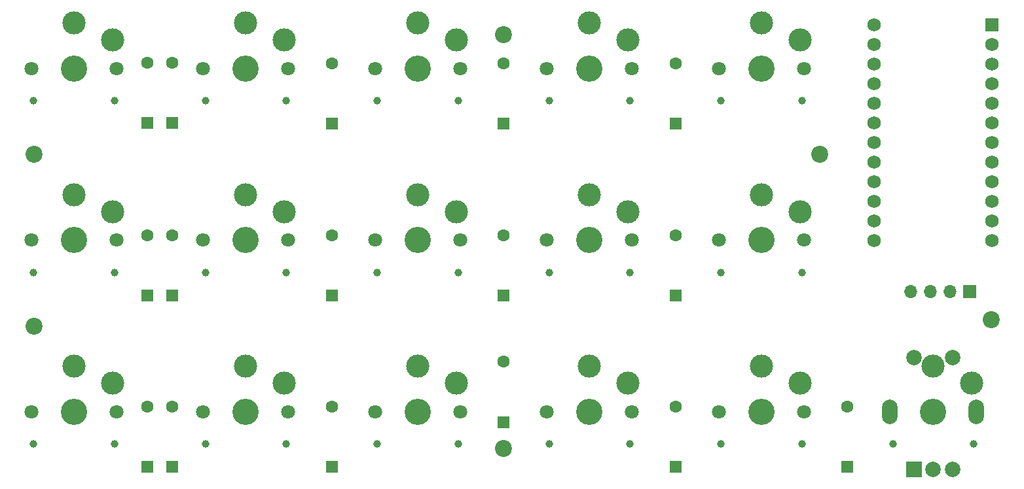
<source format=gts>
G04 #@! TF.GenerationSoftware,KiCad,Pcbnew,(6.0.1-0)*
G04 #@! TF.CreationDate,2023-03-21T08:23:48-07:00*
G04 #@! TF.ProjectId,pcb,7063622e-6b69-4636-9164-5f7063625858,rev?*
G04 #@! TF.SameCoordinates,Original*
G04 #@! TF.FileFunction,Soldermask,Top*
G04 #@! TF.FilePolarity,Negative*
%FSLAX46Y46*%
G04 Gerber Fmt 4.6, Leading zero omitted, Abs format (unit mm)*
G04 Created by KiCad (PCBNEW (6.0.1-0)) date 2023-03-21 08:23:48*
%MOMM*%
%LPD*%
G01*
G04 APERTURE LIST*
%ADD10C,1.800000*%
%ADD11C,1.000000*%
%ADD12C,3.000000*%
%ADD13C,3.400000*%
%ADD14R,1.600000X1.600000*%
%ADD15C,1.600000*%
%ADD16C,2.200000*%
%ADD17O,2.000000X3.200000*%
%ADD18R,2.000000X2.000000*%
%ADD19C,2.000000*%
%ADD20R,1.700000X1.700000*%
%ADD21O,1.700000X1.700000*%
%ADD22R,1.752600X1.752600*%
%ADD23C,1.752600*%
G04 APERTURE END LIST*
D10*
X142137500Y-86518750D03*
X153137500Y-86518750D03*
D11*
X142417500Y-90718750D03*
D12*
X152637500Y-82818750D03*
X147637500Y-80618750D03*
D11*
X152857500Y-90718750D03*
D13*
X147637500Y-86518750D03*
D10*
X142137500Y-108743750D03*
X153137500Y-108743750D03*
D11*
X142417500Y-112943750D03*
D12*
X152637500Y-105043750D03*
X147637500Y-102843750D03*
D11*
X152857500Y-112943750D03*
D13*
X147637500Y-108743750D03*
D10*
X75462500Y-86518750D03*
X86462500Y-86518750D03*
D11*
X75742500Y-90718750D03*
D12*
X85962500Y-82818750D03*
X80962500Y-80618750D03*
D11*
X86182500Y-90718750D03*
D13*
X80962500Y-86518750D03*
D10*
X97687500Y-108743750D03*
X108687500Y-108743750D03*
D11*
X97967500Y-112943750D03*
D12*
X108187500Y-105043750D03*
X103187500Y-102843750D03*
D11*
X108407500Y-112943750D03*
D13*
X103187500Y-108743750D03*
D10*
X75462500Y-64293750D03*
X86462500Y-64293750D03*
D11*
X75742500Y-68493750D03*
D12*
X85962500Y-60593750D03*
X80962500Y-58393750D03*
D11*
X86182500Y-68493750D03*
D13*
X80962500Y-64293750D03*
D10*
X75462500Y-108743750D03*
X86462500Y-108743750D03*
D11*
X75742500Y-112943750D03*
D12*
X85962500Y-105043750D03*
X80962500Y-102843750D03*
D11*
X86182500Y-112943750D03*
D13*
X80962500Y-108743750D03*
D10*
X119912500Y-64293750D03*
X130912500Y-64293750D03*
D11*
X120192500Y-68493750D03*
D12*
X130412500Y-60593750D03*
X125412500Y-58393750D03*
D11*
X130632500Y-68493750D03*
D13*
X125412500Y-64293750D03*
D10*
X164362500Y-64293750D03*
X175362500Y-64293750D03*
D11*
X164642500Y-68493750D03*
D12*
X174862500Y-60593750D03*
X169862500Y-58393750D03*
D11*
X175082500Y-68493750D03*
D13*
X169862500Y-64293750D03*
D10*
X119912500Y-108743750D03*
X130912500Y-108743750D03*
D11*
X120192500Y-112943750D03*
D12*
X130412500Y-105043750D03*
X125412500Y-102843750D03*
D11*
X130632500Y-112943750D03*
D13*
X125412500Y-108743750D03*
D10*
X164362500Y-108743750D03*
X175362500Y-108743750D03*
D11*
X164642500Y-112943750D03*
D12*
X174862500Y-105043750D03*
X169862500Y-102843750D03*
D11*
X175082500Y-112943750D03*
D13*
X169862500Y-108743750D03*
D10*
X97687500Y-86518750D03*
X108687500Y-86518750D03*
D11*
X97967500Y-90718750D03*
D12*
X108187500Y-82818750D03*
X103187500Y-80618750D03*
D11*
X108407500Y-90718750D03*
D13*
X103187500Y-86518750D03*
D10*
X142137500Y-64293750D03*
X153137500Y-64293750D03*
D11*
X142417500Y-68493750D03*
D12*
X152637500Y-60593750D03*
X147637500Y-58393750D03*
D11*
X152857500Y-68493750D03*
D13*
X147637500Y-64293750D03*
D10*
X186587500Y-108743750D03*
X197587500Y-108743750D03*
D11*
X186867500Y-112943750D03*
D12*
X197087500Y-105043750D03*
X192087500Y-102843750D03*
D11*
X197307500Y-112943750D03*
D13*
X192087500Y-108743750D03*
D10*
X97687500Y-64293750D03*
X108687500Y-64293750D03*
D11*
X97967500Y-68493750D03*
D12*
X108187500Y-60593750D03*
X103187500Y-58393750D03*
D11*
X108407500Y-68493750D03*
D13*
X103187500Y-64293750D03*
D10*
X119912500Y-86518750D03*
X130912500Y-86518750D03*
D11*
X120192500Y-90718750D03*
D12*
X130412500Y-82818750D03*
X125412500Y-80618750D03*
D11*
X130632500Y-90718750D03*
D13*
X125412500Y-86518750D03*
D10*
X164362500Y-86518750D03*
X175362500Y-86518750D03*
D11*
X164642500Y-90718750D03*
D12*
X174862500Y-82818750D03*
X169862500Y-80618750D03*
D11*
X175082500Y-90718750D03*
D13*
X169862500Y-86518750D03*
D14*
X158750000Y-71437500D03*
D15*
X158750000Y-63637500D03*
D14*
X93662500Y-71368750D03*
D15*
X93662500Y-63568750D03*
D14*
X93662500Y-115887500D03*
D15*
X93662500Y-108087500D03*
D16*
X75803125Y-97631250D03*
X177403125Y-75406250D03*
D14*
X114300000Y-115887500D03*
D15*
X114300000Y-108087500D03*
D14*
X114300000Y-71437500D03*
D15*
X114300000Y-63637500D03*
D14*
X114300000Y-93662500D03*
D15*
X114300000Y-85862500D03*
D17*
X186487500Y-108743750D03*
X197687500Y-108743750D03*
D18*
X189587500Y-116243750D03*
D19*
X194587500Y-116243750D03*
X192087500Y-116243750D03*
X194587500Y-101743750D03*
X189587500Y-101743750D03*
D14*
X136525000Y-71437500D03*
D15*
X136525000Y-63637500D03*
D14*
X93662500Y-93662500D03*
D15*
X93662500Y-85862500D03*
D20*
X196757500Y-93160750D03*
D21*
X194217500Y-93160750D03*
X191677500Y-93160750D03*
X189137500Y-93160750D03*
D16*
X199628125Y-96837500D03*
D14*
X136525000Y-110075000D03*
D15*
X136525000Y-102275000D03*
D16*
X136525000Y-113506250D03*
D14*
X158750000Y-115887500D03*
D15*
X158750000Y-108087500D03*
D14*
X90487500Y-93662500D03*
D15*
X90487500Y-85862500D03*
D16*
X136525000Y-59928125D03*
X75803125Y-75406250D03*
D14*
X158750000Y-93662500D03*
D15*
X158750000Y-85862500D03*
D14*
X90487500Y-115887500D03*
D15*
X90487500Y-108087500D03*
D14*
X180975000Y-115887500D03*
D15*
X180975000Y-108087500D03*
D14*
X90487500Y-71368750D03*
D15*
X90487500Y-63568750D03*
D14*
X136525000Y-93662500D03*
D15*
X136525000Y-85862500D03*
D22*
X199707500Y-58660500D03*
D23*
X199707500Y-61200500D03*
X199707500Y-63740500D03*
X199707500Y-66280500D03*
X199707500Y-68820500D03*
X199707500Y-71360500D03*
X199707500Y-73900500D03*
X199707500Y-76440500D03*
X199707500Y-78980500D03*
X199707500Y-81520500D03*
X199707500Y-84060500D03*
X199707500Y-86600500D03*
X184467500Y-86600500D03*
X184467500Y-84060500D03*
X184467500Y-81520500D03*
X184467500Y-78980500D03*
X184467500Y-76440500D03*
X184467500Y-73900500D03*
X184467500Y-71360500D03*
X184467500Y-68820500D03*
X184467500Y-66280500D03*
X184467500Y-63740500D03*
X184467500Y-61200500D03*
X184467500Y-58660500D03*
M02*

</source>
